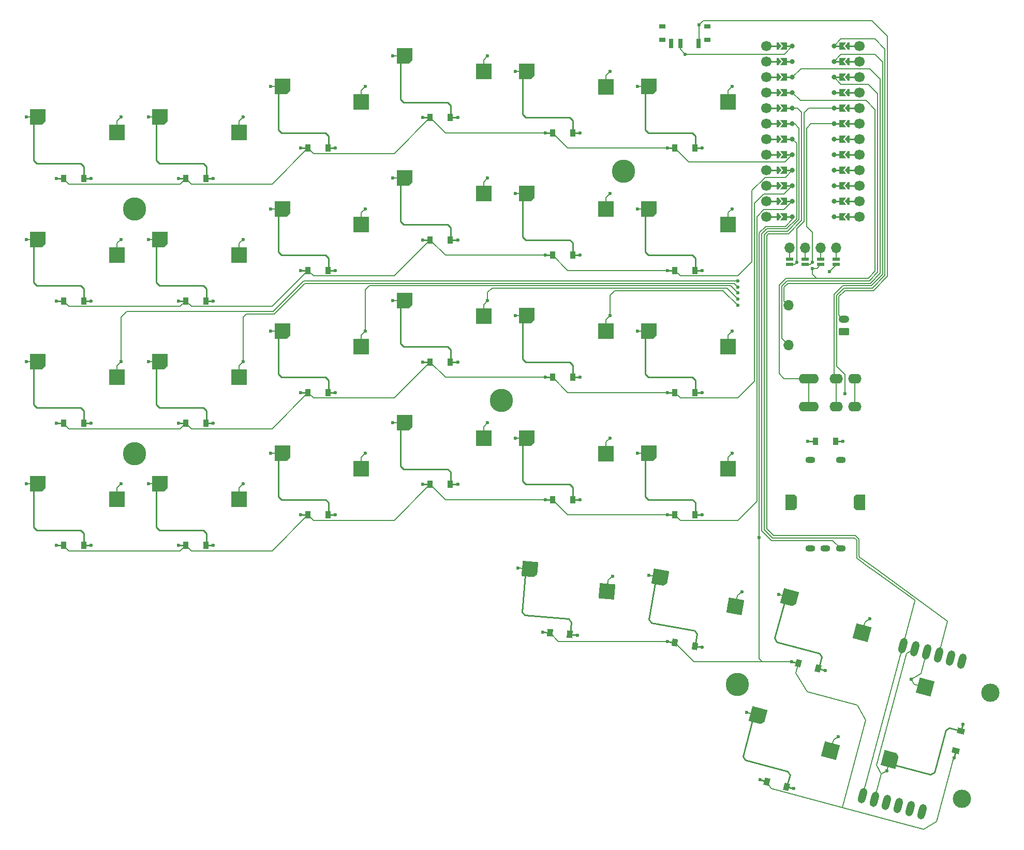
<source format=gtl>
%TF.GenerationSoftware,KiCad,Pcbnew,9.0.4*%
%TF.CreationDate,2025-11-27T19:30:41+01:00*%
%TF.ProjectId,lag_large,6c61675f-6c61-4726-9765-2e6b69636164,v1.0.0*%
%TF.SameCoordinates,Original*%
%TF.FileFunction,Copper,L1,Top*%
%TF.FilePolarity,Positive*%
%FSLAX46Y46*%
G04 Gerber Fmt 4.6, Leading zero omitted, Abs format (unit mm)*
G04 Created by KiCad (PCBNEW 9.0.4) date 2025-11-27 19:30:41*
%MOMM*%
%LPD*%
G01*
G04 APERTURE LIST*
G04 Aperture macros list*
%AMRoundRect*
0 Rectangle with rounded corners*
0 $1 Rounding radius*
0 $2 $3 $4 $5 $6 $7 $8 $9 X,Y pos of 4 corners*
0 Add a 4 corners polygon primitive as box body*
4,1,4,$2,$3,$4,$5,$6,$7,$8,$9,$2,$3,0*
0 Add four circle primitives for the rounded corners*
1,1,$1+$1,$2,$3*
1,1,$1+$1,$4,$5*
1,1,$1+$1,$6,$7*
1,1,$1+$1,$8,$9*
0 Add four rect primitives between the rounded corners*
20,1,$1+$1,$2,$3,$4,$5,0*
20,1,$1+$1,$4,$5,$6,$7,0*
20,1,$1+$1,$6,$7,$8,$9,0*
20,1,$1+$1,$8,$9,$2,$3,0*%
%AMHorizOval*
0 Thick line with rounded ends*
0 $1 width*
0 $2 $3 position (X,Y) of the first rounded end (center of the circle)*
0 $4 $5 position (X,Y) of the second rounded end (center of the circle)*
0 Add line between two ends*
20,1,$1,$2,$3,$4,$5,0*
0 Add two circle primitives to create the rounded ends*
1,1,$1,$2,$3*
1,1,$1,$4,$5*%
%AMRotRect*
0 Rectangle, with rotation*
0 The origin of the aperture is its center*
0 $1 length*
0 $2 width*
0 $3 Rotation angle, in degrees counterclockwise*
0 Add horizontal line*
21,1,$1,$2,0,0,$3*%
%AMOutline5P*
0 Free polygon, 5 corners , with rotation*
0 The origin of the aperture is its center*
0 number of corners: always 5*
0 $1 to $10 corner X, Y*
0 $11 Rotation angle, in degrees counterclockwise*
0 create outline with 5 corners*
4,1,5,$1,$2,$3,$4,$5,$6,$7,$8,$9,$10,$1,$2,$11*%
%AMOutline6P*
0 Free polygon, 6 corners , with rotation*
0 The origin of the aperture is its center*
0 number of corners: always 6*
0 $1 to $12 corner X, Y*
0 $13 Rotation angle, in degrees counterclockwise*
0 create outline with 6 corners*
4,1,6,$1,$2,$3,$4,$5,$6,$7,$8,$9,$10,$11,$12,$1,$2,$13*%
%AMOutline7P*
0 Free polygon, 7 corners , with rotation*
0 The origin of the aperture is its center*
0 number of corners: always 7*
0 $1 to $14 corner X, Y*
0 $15 Rotation angle, in degrees counterclockwise*
0 create outline with 7 corners*
4,1,7,$1,$2,$3,$4,$5,$6,$7,$8,$9,$10,$11,$12,$13,$14,$1,$2,$15*%
%AMOutline8P*
0 Free polygon, 8 corners , with rotation*
0 The origin of the aperture is its center*
0 number of corners: always 8*
0 $1 to $16 corner X, Y*
0 $17 Rotation angle, in degrees counterclockwise*
0 create outline with 8 corners*
4,1,8,$1,$2,$3,$4,$5,$6,$7,$8,$9,$10,$11,$12,$13,$14,$15,$16,$1,$2,$17*%
%AMFreePoly0*
4,1,6,0.250000,0.000000,-0.250000,-0.625000,-0.500000,-0.625000,-0.500000,0.625000,-0.250000,0.625000,0.250000,0.000000,0.250000,0.000000,$1*%
%AMFreePoly1*
4,1,6,0.500000,-0.625000,-0.650000,-0.625000,-0.150000,0.000000,-0.650000,0.625000,0.500000,0.625000,0.500000,-0.625000,0.500000,-0.625000,$1*%
G04 Aperture macros list end*
%TA.AperFunction,SMDPad,CuDef*%
%ADD10R,0.900000X1.200000*%
%TD*%
%TA.AperFunction,SMDPad,CuDef*%
%ADD11RotRect,0.900000X1.200000X350.000000*%
%TD*%
%TA.AperFunction,ComponentPad*%
%ADD12O,1.700000X1.700000*%
%TD*%
%TA.AperFunction,SMDPad,CuDef*%
%ADD13R,1.200000X0.600000*%
%TD*%
%TA.AperFunction,SMDPad,CuDef*%
%ADD14RotRect,0.900000X1.200000X355.000000*%
%TD*%
%TA.AperFunction,SMDPad,CuDef*%
%ADD15RotRect,0.900000X1.200000X345.000000*%
%TD*%
%TA.AperFunction,ComponentPad*%
%ADD16Outline6P,-1.300000X0.540000X-0.940000X0.900000X0.940000X0.900000X1.300000X0.540000X1.300000X-0.900000X-1.300000X-0.900000X270.000000*%
%TD*%
%TA.AperFunction,ComponentPad*%
%ADD17Outline6P,-1.300000X0.900000X1.300000X0.900000X1.300000X-0.540000X0.940000X-0.900000X-0.940000X-0.900000X-1.300000X-0.540000X270.000000*%
%TD*%
%TA.AperFunction,ComponentPad*%
%ADD18O,1.600000X1.100000*%
%TD*%
%TA.AperFunction,ComponentPad*%
%ADD19HorizOval,1.270000X-0.164350X-0.613363X0.164350X0.613363X0*%
%TD*%
%TA.AperFunction,ComponentPad*%
%ADD20HorizOval,1.270000X0.164350X0.613363X-0.164350X-0.613363X0*%
%TD*%
%TA.AperFunction,ComponentPad*%
%ADD21C,3.000000*%
%TD*%
%TA.AperFunction,ComponentPad*%
%ADD22C,3.800000*%
%TD*%
%TA.AperFunction,ComponentPad*%
%ADD23O,2.200000X1.600000*%
%TD*%
%TA.AperFunction,ComponentPad*%
%ADD24O,3.300000X1.600000*%
%TD*%
%TA.AperFunction,SMDPad,CuDef*%
%ADD25FreePoly0,180.000000*%
%TD*%
%TA.AperFunction,ComponentPad*%
%ADD26C,1.700000*%
%TD*%
%TA.AperFunction,SMDPad,CuDef*%
%ADD27FreePoly0,0.000000*%
%TD*%
%TA.AperFunction,ComponentPad*%
%ADD28C,0.800000*%
%TD*%
%TA.AperFunction,SMDPad,CuDef*%
%ADD29FreePoly1,180.000000*%
%TD*%
%TA.AperFunction,SMDPad,CuDef*%
%ADD30FreePoly1,0.000000*%
%TD*%
%TA.AperFunction,ComponentPad*%
%ADD31RoundRect,0.250000X0.625000X-0.350000X0.625000X0.350000X-0.625000X0.350000X-0.625000X-0.350000X0*%
%TD*%
%TA.AperFunction,ComponentPad*%
%ADD32O,1.750000X1.200000*%
%TD*%
%TA.AperFunction,SMDPad,CuDef*%
%ADD33R,1.000000X0.800000*%
%TD*%
%TA.AperFunction,SMDPad,CuDef*%
%ADD34R,0.700000X1.500000*%
%TD*%
%TA.AperFunction,SMDPad,CuDef*%
%ADD35RotRect,0.900000X1.200000X75.000000*%
%TD*%
%TA.AperFunction,SMDPad,CuDef*%
%ADD36R,2.550000X2.500000*%
%TD*%
%TA.AperFunction,SMDPad,CuDef*%
%ADD37Outline5P,-1.275000X1.250000X1.275000X1.250000X1.275000X-0.750000X0.775000X-1.250000X-1.275000X-1.250000X0.000000*%
%TD*%
%TA.AperFunction,SMDPad,CuDef*%
%ADD38RotRect,2.550000X2.500000X345.000000*%
%TD*%
%TA.AperFunction,SMDPad,CuDef*%
%ADD39Outline5P,-1.275000X1.250000X1.275000X1.250000X1.275000X-0.750000X0.775000X-1.250000X-1.275000X-1.250000X345.000000*%
%TD*%
%TA.AperFunction,SMDPad,CuDef*%
%ADD40RotRect,2.550000X2.500000X355.000000*%
%TD*%
%TA.AperFunction,SMDPad,CuDef*%
%ADD41Outline5P,-1.275000X1.250000X1.275000X1.250000X1.275000X-0.750000X0.775000X-1.250000X-1.275000X-1.250000X355.000000*%
%TD*%
%TA.AperFunction,SMDPad,CuDef*%
%ADD42RotRect,2.550000X2.500000X75.000000*%
%TD*%
%TA.AperFunction,SMDPad,CuDef*%
%ADD43Outline5P,-1.275000X1.250000X1.275000X1.250000X1.275000X-0.750000X0.775000X-1.250000X-1.275000X-1.250000X75.000000*%
%TD*%
%TA.AperFunction,SMDPad,CuDef*%
%ADD44RotRect,2.550000X2.500000X350.000000*%
%TD*%
%TA.AperFunction,SMDPad,CuDef*%
%ADD45Outline5P,-1.275000X1.250000X1.275000X1.250000X1.275000X-0.750000X0.775000X-1.250000X-1.275000X-1.250000X350.000000*%
%TD*%
%TA.AperFunction,ViaPad*%
%ADD46C,0.600000*%
%TD*%
%TA.AperFunction,Conductor*%
%ADD47C,0.200000*%
%TD*%
%TA.AperFunction,Conductor*%
%ADD48C,0.250000*%
%TD*%
G04 APERTURE END LIST*
D10*
%TO.P,D10,1*%
%TO.N,P14*%
X105611375Y-120003198D03*
%TO.P,D10,2*%
%TO.N,ring_home*%
X108911377Y-120003198D03*
%TD*%
D11*
%TO.P,D26,1*%
%TO.N,P10*%
X165648449Y-160924563D03*
%TO.P,D26,2*%
%TO.N,middle_rowt*%
X168898315Y-161497601D03*
%TD*%
D12*
%TO.P,S30,1*%
%TO.N,RST*%
X184268864Y-105748192D03*
%TO.P,S30,2*%
%TO.N,GND*%
X184268868Y-112248204D03*
%TD*%
%TO.P,DISP1,1*%
%TO.N,DISP1_4*%
X192078850Y-96298189D03*
%TO.P,DISP1,2*%
%TO.N,DISP1_3*%
X189538854Y-96298188D03*
%TO.P,DISP1,3*%
%TO.N,DISP1_2*%
X186998857Y-96298188D03*
%TO.P,DISP1,4*%
%TO.N,DISP1_1*%
X184458858Y-96298187D03*
D13*
%TO.P,DISP1,10*%
%TO.N,DISP1_4*%
X192078857Y-98148187D03*
%TO.P,DISP1,11*%
%TO.N,DISP1_3*%
X189538859Y-98148188D03*
%TO.P,DISP1,12*%
%TO.N,DISP1_2*%
X186998857Y-98148176D03*
%TO.P,DISP1,13*%
%TO.N,DISP1_1*%
X184458854Y-98148189D03*
%TO.P,DISP1,14*%
%TO.N,GND*%
X192078858Y-99048185D03*
%TO.P,DISP1,15*%
%TO.N,VCC*%
X189538855Y-99048188D03*
%TO.P,DISP1,16*%
%TO.N,P3*%
X186998855Y-99048191D03*
%TO.P,DISP1,17*%
%TO.N,P2*%
X184458856Y-99048187D03*
%TD*%
D14*
%TO.P,D25,1*%
%TO.N,P10*%
X145186856Y-159297858D03*
%TO.P,D25,2*%
%TO.N,outer_rowt*%
X148474302Y-159585472D03*
%TD*%
D15*
%TO.P,D28,1*%
%TO.N,P10*%
X180713378Y-183649352D03*
%TO.P,D28,2*%
%TO.N,middle_rowb*%
X183900934Y-184503452D03*
%TD*%
D10*
%TO.P,D23,1*%
%TO.N,P15*%
X165618863Y-100000685D03*
%TO.P,D23,2*%
%TO.N,inner_top*%
X168918865Y-100000685D03*
%TD*%
%TO.P,D7,1*%
%TO.N,P15*%
X85608863Y-105000689D03*
%TO.P,D7,2*%
%TO.N,pinky_top*%
X88908865Y-105000689D03*
%TD*%
%TO.P,D16,1*%
%TO.N,P18*%
X125613877Y-74998188D03*
%TO.P,D16,2*%
%TO.N,middle_num*%
X128913879Y-74998188D03*
%TD*%
%TO.P,D11,1*%
%TO.N,P15*%
X105611370Y-100000685D03*
%TO.P,D11,2*%
%TO.N,ring_top*%
X108911372Y-100000685D03*
%TD*%
%TO.P,D8,1*%
%TO.N,P18*%
X85608860Y-84998198D03*
%TO.P,D8,2*%
%TO.N,pinky_num*%
X88908862Y-84998198D03*
%TD*%
%TO.P,D17,1*%
%TO.N,P16*%
X145616360Y-137505686D03*
%TO.P,D17,2*%
%TO.N,index_bottom*%
X148916362Y-137505686D03*
%TD*%
D16*
%TO.P,RE1,*%
%TO.N,*%
X184668849Y-137998194D03*
D17*
X195868847Y-137998194D03*
D18*
%TO.P,RE1,A*%
%TO.N,P19*%
X192768852Y-145498192D03*
%TO.P,RE1,B*%
%TO.N,GND*%
X190268847Y-145498193D03*
%TO.P,RE1,C*%
%TO.N,P1*%
X187768845Y-145498195D03*
%TO.P,RE1,S1*%
%TO.N,P9*%
X187768854Y-130998195D03*
%TO.P,RE1,S2*%
%TO.N,en_s2*%
X192768848Y-130998197D03*
%TD*%
D10*
%TO.P,D12,1*%
%TO.N,P18*%
X105611357Y-79998195D03*
%TO.P,D12,2*%
%TO.N,ring_num*%
X108911359Y-79998195D03*
%TD*%
D19*
%TO.P,XX1,1*%
%TO.N,VCC*%
X212652482Y-163970250D03*
%TO.P,XX1,2*%
%TO.N,GND*%
X210720635Y-163452613D03*
%TO.P,XX1,3*%
%TO.N,P21*%
X208788778Y-162934975D03*
%TO.P,XX1,4*%
%TO.N,P8*%
X206856927Y-162417339D03*
%TO.P,XX1,5*%
%TO.N,inner_rowb*%
X204925075Y-161899700D03*
D20*
%TO.P,XX1,6*%
%TO.N,P20*%
X202993225Y-161382058D03*
D21*
%TO.P,XX1,7*%
%TO.N,N/C*%
X212625538Y-186480289D03*
%TD*%
D10*
%TO.P,D22,1*%
%TO.N,P14*%
X165618860Y-120003179D03*
%TO.P,D22,2*%
%TO.N,inner_home*%
X168918862Y-120003179D03*
%TD*%
%TO.P,D5,1*%
%TO.N,P16*%
X85608866Y-145005688D03*
%TO.P,D5,2*%
%TO.N,pinky_bottom*%
X88908868Y-145005688D03*
%TD*%
D22*
%TO.P,H3,*%
%TO.N,*%
X77257621Y-130004429D03*
%TD*%
%TO.P,H2,*%
%TO.N,*%
X157267623Y-83749448D03*
%TD*%
D10*
%TO.P,D3,1*%
%TO.N,P15*%
X65606365Y-105000694D03*
%TO.P,D3,2*%
%TO.N,outer_top*%
X68906367Y-105000694D03*
%TD*%
D23*
%TO.P,TRRS1,2*%
%TO.N,GND*%
X195068879Y-117698194D03*
X195068882Y-122298193D03*
%TO.P,TRRS1,3*%
%TO.N,P0*%
X192068881Y-117698190D03*
X192068879Y-122298191D03*
D24*
%TO.P,TRRS1,4*%
%TO.N,VCC*%
X187518876Y-117698194D03*
X187518880Y-122298193D03*
%TD*%
D10*
%TO.P,D24,1*%
%TO.N,P18*%
X165618859Y-79998171D03*
%TO.P,D24,2*%
%TO.N,inner_num*%
X168918861Y-79998171D03*
%TD*%
D25*
%TO.P,MCU1,1*%
%TO.N,MCU1_1*%
X193768865Y-63298202D03*
D26*
X195888867Y-63298202D03*
D25*
%TO.P,MCU1,2*%
%TO.N,MCU1_2*%
X193768866Y-65838194D03*
D26*
X195888873Y-65838197D03*
D25*
%TO.P,MCU1,3*%
%TO.N,MCU1_3*%
X193768864Y-68378203D03*
D26*
X195888868Y-68378196D03*
D25*
%TO.P,MCU1,4*%
%TO.N,MCU1_4*%
X193768868Y-70918203D03*
D26*
X195888863Y-70918203D03*
D25*
%TO.P,MCU1,5*%
%TO.N,MCU1_5*%
X193768868Y-73458203D03*
D26*
X195888866Y-73458202D03*
D25*
%TO.P,MCU1,6*%
%TO.N,MCU1_6*%
X193768865Y-75998197D03*
D26*
X195888867Y-75998203D03*
D25*
%TO.P,MCU1,7*%
%TO.N,MCU1_7*%
X193768866Y-78538198D03*
D26*
X195888866Y-78538204D03*
D25*
%TO.P,MCU1,8*%
%TO.N,MCU1_8*%
X193768867Y-81078202D03*
D26*
X195888860Y-81078202D03*
D25*
%TO.P,MCU1,9*%
%TO.N,MCU1_9*%
X193768867Y-83618201D03*
D26*
X195888873Y-83618203D03*
D25*
%TO.P,MCU1,10*%
%TO.N,MCU1_10*%
X193768867Y-86158205D03*
D26*
X195888867Y-86158202D03*
D25*
%TO.P,MCU1,11*%
%TO.N,MCU1_11*%
X193768866Y-88698204D03*
D26*
X195888866Y-88698200D03*
D25*
%TO.P,MCU1,12*%
%TO.N,MCU1_12*%
X193768869Y-91238206D03*
D26*
X195888864Y-91238199D03*
%TO.P,MCU1,13*%
%TO.N,MCU1_13*%
X180648871Y-91238206D03*
D27*
X182768867Y-91238205D03*
D26*
%TO.P,MCU1,14*%
%TO.N,MCU1_14*%
X180648867Y-88698202D03*
D27*
X182768869Y-88698202D03*
D26*
%TO.P,MCU1,15*%
%TO.N,MCU1_15*%
X180648861Y-86158207D03*
D27*
X182768868Y-86158210D03*
D26*
%TO.P,MCU1,16*%
%TO.N,MCU1_16*%
X180648866Y-83618208D03*
D27*
X182768870Y-83618201D03*
D26*
%TO.P,MCU1,17*%
%TO.N,MCU1_17*%
X180648871Y-81078201D03*
D27*
X182768866Y-81078201D03*
D26*
%TO.P,MCU1,18*%
%TO.N,MCU1_18*%
X180648868Y-78538202D03*
D27*
X182768866Y-78538201D03*
D26*
%TO.P,MCU1,19*%
%TO.N,MCU1_19*%
X180648867Y-75998201D03*
D27*
X182768869Y-75998207D03*
D26*
%TO.P,MCU1,20*%
%TO.N,MCU1_20*%
X180648868Y-73458200D03*
D27*
X182768868Y-73458206D03*
D26*
%TO.P,MCU1,21*%
%TO.N,MCU1_21*%
X180648874Y-70918202D03*
D27*
X182768867Y-70918202D03*
D26*
%TO.P,MCU1,22*%
%TO.N,MCU1_22*%
X180648861Y-68378201D03*
D27*
X182768867Y-68378203D03*
D26*
%TO.P,MCU1,23*%
%TO.N,MCU1_23*%
X180648867Y-65838202D03*
D27*
X182768867Y-65838199D03*
D26*
%TO.P,MCU1,24*%
%TO.N,MCU1_24*%
X180648868Y-63298204D03*
D27*
X182768868Y-63298200D03*
D28*
%TO.P,MCU1,101*%
%TO.N,P1*%
X191668868Y-63298202D03*
D29*
X193043866Y-63298201D03*
D28*
%TO.P,MCU1,102*%
%TO.N,P0*%
X191668866Y-65838201D03*
D29*
X193043865Y-65838201D03*
D28*
%TO.P,MCU1,103*%
%TO.N,GND*%
X191668869Y-68378202D03*
D29*
X193043868Y-68378201D03*
D28*
%TO.P,MCU1,104*%
X191668867Y-70918204D03*
D29*
X193043866Y-70918203D03*
D28*
%TO.P,MCU1,105*%
%TO.N,P2*%
X191668869Y-73458202D03*
D29*
X193043866Y-73458200D03*
D28*
%TO.P,MCU1,106*%
%TO.N,P3*%
X191668868Y-75998197D03*
D29*
X193043868Y-75998202D03*
D28*
%TO.P,MCU1,107*%
%TO.N,P4*%
X191668865Y-78538203D03*
D29*
X193043867Y-78538204D03*
D28*
%TO.P,MCU1,108*%
%TO.N,P5*%
X191668869Y-81078203D03*
D29*
X193043867Y-81078196D03*
D28*
%TO.P,MCU1,109*%
%TO.N,P6*%
X191668867Y-83618200D03*
D29*
X193043869Y-83618202D03*
D28*
%TO.P,MCU1,110*%
%TO.N,P7*%
X191668868Y-86158201D03*
D29*
X193043867Y-86158202D03*
D28*
%TO.P,MCU1,111*%
%TO.N,P8*%
X191668861Y-88698200D03*
D29*
X193043869Y-88698198D03*
D28*
%TO.P,MCU1,112*%
%TO.N,P9*%
X191668868Y-91238201D03*
D29*
X193043868Y-91238203D03*
D30*
%TO.P,MCU1,113*%
%TO.N,P10*%
X183493866Y-91238202D03*
D28*
X184868866Y-91238205D03*
D30*
%TO.P,MCU1,114*%
%TO.N,P16*%
X183493868Y-88698203D03*
D28*
X184868866Y-88698202D03*
D30*
%TO.P,MCU1,115*%
%TO.N,P14*%
X183493869Y-86158203D03*
D28*
X184868868Y-86158203D03*
D30*
%TO.P,MCU1,116*%
%TO.N,P15*%
X183493866Y-83618203D03*
D28*
X184868865Y-83618202D03*
D30*
%TO.P,MCU1,117*%
%TO.N,P18*%
X183493868Y-81078201D03*
D28*
X184868867Y-81078200D03*
D30*
%TO.P,MCU1,118*%
%TO.N,P19*%
X183493868Y-78538204D03*
D28*
X184868865Y-78538202D03*
D30*
%TO.P,MCU1,119*%
%TO.N,P20*%
X183493866Y-75998202D03*
D28*
X184868866Y-75998207D03*
D30*
%TO.P,MCU1,120*%
%TO.N,P21*%
X183493867Y-73458200D03*
D28*
X184868869Y-73458201D03*
D30*
%TO.P,MCU1,121*%
%TO.N,VCC*%
X183493867Y-70918208D03*
D28*
X184868865Y-70918201D03*
D30*
%TO.P,MCU1,122*%
%TO.N,RST*%
X183493865Y-68378202D03*
D28*
X184868867Y-68378204D03*
D30*
%TO.P,MCU1,123*%
%TO.N,GND*%
X183493867Y-65838202D03*
D28*
X184868866Y-65838203D03*
D30*
%TO.P,MCU1,124*%
%TO.N,RAW*%
X183493865Y-63298206D03*
D28*
X184868873Y-63298204D03*
%TD*%
D10*
%TO.P,D2,1*%
%TO.N,P14*%
X65606372Y-125003193D03*
%TO.P,D2,2*%
%TO.N,outer_home*%
X68906374Y-125003193D03*
%TD*%
D31*
%TO.P,_30,1*%
%TO.N,GND*%
X193268859Y-109998196D03*
D32*
%TO.P,_30,2*%
%TO.N,sw1*%
X193268857Y-107998195D03*
%TD*%
D10*
%TO.P,D18,1*%
%TO.N,P14*%
X145616369Y-117503191D03*
%TO.P,D18,2*%
%TO.N,index_home*%
X148916371Y-117503191D03*
%TD*%
D22*
%TO.P,H4,*%
%TO.N,*%
X137265104Y-121254437D03*
%TD*%
%TO.P,H5,*%
%TO.N,*%
X175871428Y-167766906D03*
%TD*%
D10*
%TO.P,D19,1*%
%TO.N,P15*%
X145616356Y-97500687D03*
%TO.P,D19,2*%
%TO.N,index_top*%
X148916358Y-97500687D03*
%TD*%
D33*
%TO.P,T1,*%
%TO.N,*%
X170918875Y-62253193D03*
X170918873Y-60043187D03*
D34*
X165018870Y-62903192D03*
D33*
X163618872Y-62253189D03*
X163618871Y-60043189D03*
D34*
%TO.P,T1,1*%
%TO.N,sw1*%
X169518873Y-62903185D03*
%TO.P,T1,2*%
%TO.N,RAW*%
X166518874Y-62903190D03*
%TD*%
D10*
%TO.P,D14,1*%
%TO.N,P14*%
X125613864Y-115003186D03*
%TO.P,D14,2*%
%TO.N,middle_home*%
X128913866Y-115003186D03*
%TD*%
D15*
%TO.P,D27,1*%
%TO.N,P10*%
X185890396Y-164328419D03*
%TO.P,D27,2*%
%TO.N,inner_rowt*%
X189077952Y-165182519D03*
%TD*%
D10*
%TO.P,D4,1*%
%TO.N,P18*%
X65606352Y-84998197D03*
%TO.P,D4,2*%
%TO.N,outer_num*%
X68906354Y-84998197D03*
%TD*%
D22*
%TO.P,H1,*%
%TO.N,*%
X77257618Y-89999449D03*
%TD*%
D10*
%TO.P,D9,1*%
%TO.N,P16*%
X105611360Y-140005701D03*
%TO.P,D9,2*%
%TO.N,ring_bottom*%
X108911362Y-140005701D03*
%TD*%
%TO.P,D30,1*%
%TO.N,P10*%
X188618853Y-127998186D03*
%TO.P,D30,2*%
%TO.N,en_s2*%
X191918855Y-127998186D03*
%TD*%
%TO.P,D21,1*%
%TO.N,P16*%
X165618857Y-140005692D03*
%TO.P,D21,2*%
%TO.N,inner_bottom*%
X168918859Y-140005692D03*
%TD*%
D19*
%TO.P,XX2,1*%
%TO.N,VCC*%
X206052619Y-188601364D03*
%TO.P,XX2,2*%
%TO.N,GND*%
X204120769Y-188083726D03*
%TO.P,XX2,3*%
%TO.N,P21*%
X202188912Y-187566082D03*
%TO.P,XX2,4*%
%TO.N,P8*%
X200257065Y-187048448D03*
%TO.P,XX2,5*%
%TO.N,inner_rowb*%
X198325212Y-186530811D03*
D20*
%TO.P,XX2,6*%
%TO.N,P20*%
X196393361Y-186013172D03*
D21*
%TO.P,XX2,7*%
%TO.N,N/C*%
X217284304Y-169093625D03*
%TD*%
D10*
%TO.P,D15,1*%
%TO.N,P15*%
X125613859Y-95000691D03*
%TO.P,D15,2*%
%TO.N,middle_top*%
X128913861Y-95000691D03*
%TD*%
D35*
%TO.P,D29,1*%
%TO.N,P10*%
X211630102Y-178604276D03*
%TO.P,D29,2*%
%TO.N,inner_rowb*%
X212484202Y-175416720D03*
%TD*%
D10*
%TO.P,D13,1*%
%TO.N,P16*%
X125613851Y-135005680D03*
%TO.P,D13,2*%
%TO.N,middle_bottom*%
X128913853Y-135005680D03*
%TD*%
%TO.P,D20,1*%
%TO.N,P18*%
X145616354Y-77498173D03*
%TO.P,D20,2*%
%TO.N,index_num*%
X148916356Y-77498173D03*
%TD*%
%TO.P,D6,1*%
%TO.N,P14*%
X85608864Y-125003182D03*
%TO.P,D6,2*%
%TO.N,pinky_home*%
X88908866Y-125003182D03*
%TD*%
%TO.P,D1,1*%
%TO.N,P16*%
X65606372Y-145005693D03*
%TO.P,D1,2*%
%TO.N,outer_bottom*%
X68906374Y-145005693D03*
%TD*%
D36*
%TO.P,S16,1*%
%TO.N,P7*%
X134348858Y-67458183D03*
D37*
%TO.P,S16,2*%
%TO.N,middle_num*%
X121421858Y-64918185D03*
%TD*%
D36*
%TO.P,S1,1*%
%TO.N,P4*%
X74341358Y-137465693D03*
D37*
%TO.P,S1,2*%
%TO.N,outer_bottom*%
X61414358Y-134925695D03*
%TD*%
D36*
%TO.P,S14,1*%
%TO.N,P7*%
X134348861Y-107463189D03*
D37*
%TO.P,S14,2*%
%TO.N,middle_home*%
X121421861Y-104923191D03*
%TD*%
D36*
%TO.P,S7,1*%
%TO.N,P5*%
X94343859Y-97460676D03*
D37*
%TO.P,S7,2*%
%TO.N,pinky_top*%
X81416859Y-94920678D03*
%TD*%
D36*
%TO.P,S20,1*%
%TO.N,P8*%
X154351364Y-69958197D03*
D37*
%TO.P,S20,2*%
%TO.N,index_num*%
X141424364Y-67418199D03*
%TD*%
D38*
%TO.P,S27,1*%
%TO.N,P7*%
X196279259Y-159306116D03*
D39*
%TO.P,S27,2*%
%TO.N,inner_rowt*%
X184450136Y-153506909D03*
%TD*%
D36*
%TO.P,S17,1*%
%TO.N,P8*%
X154351373Y-129965696D03*
D37*
%TO.P,S17,2*%
%TO.N,index_bottom*%
X141424373Y-127425698D03*
%TD*%
D36*
%TO.P,S19,1*%
%TO.N,P8*%
X154351354Y-89960678D03*
D37*
%TO.P,S19,2*%
%TO.N,index_top*%
X141424354Y-87420680D03*
%TD*%
D36*
%TO.P,S12,1*%
%TO.N,P6*%
X114346371Y-72458179D03*
D37*
%TO.P,S12,2*%
%TO.N,ring_num*%
X101419371Y-69918181D03*
%TD*%
D40*
%TO.P,S25,1*%
%TO.N,P4*%
X154545773Y-152547849D03*
D41*
%TO.P,S25,2*%
%TO.N,outer_rowt*%
X141889341Y-148890853D03*
%TD*%
D36*
%TO.P,S21,1*%
%TO.N,P9*%
X174353867Y-132465684D03*
D37*
%TO.P,S21,2*%
%TO.N,inner_bottom*%
X161426867Y-129925686D03*
%TD*%
D36*
%TO.P,S11,1*%
%TO.N,P6*%
X114346363Y-92460681D03*
D37*
%TO.P,S11,2*%
%TO.N,ring_top*%
X101419363Y-89920683D03*
%TD*%
D36*
%TO.P,S4,1*%
%TO.N,P4*%
X74341358Y-77458181D03*
D37*
%TO.P,S4,2*%
%TO.N,outer_num*%
X61414358Y-74918183D03*
%TD*%
D36*
%TO.P,S5,1*%
%TO.N,P5*%
X94343865Y-137465671D03*
D37*
%TO.P,S5,2*%
%TO.N,pinky_bottom*%
X81416865Y-134925673D03*
%TD*%
D36*
%TO.P,S3,1*%
%TO.N,P4*%
X74341374Y-97460689D03*
D37*
%TO.P,S3,2*%
%TO.N,outer_top*%
X61414374Y-94920691D03*
%TD*%
D36*
%TO.P,S13,1*%
%TO.N,P7*%
X134348859Y-127465685D03*
D37*
%TO.P,S13,2*%
%TO.N,middle_bottom*%
X121421859Y-124925687D03*
%TD*%
D36*
%TO.P,S9,1*%
%TO.N,P6*%
X114346371Y-132465685D03*
D37*
%TO.P,S9,2*%
%TO.N,ring_bottom*%
X101419371Y-129925687D03*
%TD*%
D38*
%TO.P,S28,1*%
%TO.N,P6*%
X191102232Y-178627049D03*
D39*
%TO.P,S28,2*%
%TO.N,middle_rowb*%
X179273109Y-172827842D03*
%TD*%
D36*
%TO.P,S18,1*%
%TO.N,P8*%
X154351373Y-109963194D03*
D37*
%TO.P,S18,2*%
%TO.N,index_home*%
X141424373Y-107423196D03*
%TD*%
D36*
%TO.P,S23,1*%
%TO.N,P9*%
X174353870Y-92460696D03*
D37*
%TO.P,S23,2*%
%TO.N,inner_top*%
X161426870Y-89920698D03*
%TD*%
D36*
%TO.P,S8,1*%
%TO.N,P5*%
X94343858Y-77458186D03*
D37*
%TO.P,S8,2*%
%TO.N,pinky_num*%
X81416858Y-74918188D03*
%TD*%
D36*
%TO.P,S24,1*%
%TO.N,P9*%
X174353868Y-72458189D03*
D37*
%TO.P,S24,2*%
%TO.N,inner_num*%
X161426868Y-69918191D03*
%TD*%
D42*
%TO.P,S29,1*%
%TO.N,P8*%
X206607796Y-168215418D03*
D43*
%TO.P,S29,2*%
%TO.N,inner_rowb*%
X200808589Y-180044541D03*
%TD*%
D36*
%TO.P,S6,1*%
%TO.N,P5*%
X94343857Y-117463186D03*
D37*
%TO.P,S6,2*%
%TO.N,pinky_home*%
X81416857Y-114923188D03*
%TD*%
D36*
%TO.P,S22,1*%
%TO.N,P9*%
X174353859Y-112463188D03*
D37*
%TO.P,S22,2*%
%TO.N,inner_home*%
X161426859Y-109923190D03*
%TD*%
D36*
%TO.P,S15,1*%
%TO.N,P7*%
X134348871Y-87460691D03*
D37*
%TO.P,S15,2*%
%TO.N,middle_top*%
X121421871Y-84920693D03*
%TD*%
D36*
%TO.P,S10,1*%
%TO.N,P6*%
X114346353Y-112463194D03*
D37*
%TO.P,S10,2*%
%TO.N,ring_home*%
X101419353Y-109923196D03*
%TD*%
D36*
%TO.P,S2,1*%
%TO.N,P4*%
X74341364Y-117463189D03*
D37*
%TO.P,S2,2*%
%TO.N,outer_home*%
X61414364Y-114923191D03*
%TD*%
D44*
%TO.P,S26,1*%
%TO.N,P5*%
X175560049Y-155015921D03*
D45*
%TO.P,S26,2*%
%TO.N,middle_rowt*%
X163270507Y-150269758D03*
%TD*%
D46*
%TO.N,P4*%
X75006354Y-74918182D03*
X75006368Y-114923194D03*
X175930682Y-101714763D03*
X75006360Y-94920680D03*
X155429619Y-150075490D03*
X75006371Y-134925693D03*
%TO.N,outer_bottom*%
X59506357Y-134925684D03*
X70106372Y-145005704D03*
%TO.N,GND*%
X190930661Y-100214755D03*
%TO.N,outer_home*%
X70106364Y-125003202D03*
X59506365Y-114923186D03*
%TO.N,outer_top*%
X59506369Y-94920682D03*
X70106367Y-105000683D03*
%TO.N,outer_num*%
X70106359Y-84998201D03*
X59506363Y-74918187D03*
%TO.N,P5*%
X175930663Y-102714752D03*
X176656008Y-152629983D03*
X95008864Y-74918187D03*
X95008858Y-114923180D03*
X95008865Y-94920685D03*
X95008869Y-134925704D03*
%TO.N,pinky_bottom*%
X90108862Y-145005698D03*
X79508849Y-134925676D03*
%TO.N,pinky_home*%
X90108843Y-125003201D03*
X79508857Y-114923192D03*
%TO.N,pinky_top*%
X79508869Y-94920698D03*
X90108868Y-105000694D03*
%TO.N,pinky_num*%
X90108873Y-84998194D03*
X79508866Y-74918191D03*
%TO.N,P6*%
X115011369Y-129925691D03*
X115011352Y-89920697D03*
X192401964Y-176345698D03*
X115011380Y-69918194D03*
X175930668Y-103714754D03*
X115011381Y-109923191D03*
%TO.N,ring_bottom*%
X110111354Y-140005690D03*
X99511356Y-129925681D03*
%TO.N,ring_home*%
X99511352Y-109923185D03*
X110111364Y-120003189D03*
%TO.N,ring_top*%
X110111357Y-100000688D03*
X99511362Y-89920695D03*
%TO.N,ring_num*%
X110111356Y-79998196D03*
X99511367Y-69918182D03*
%TO.N,P7*%
X175930682Y-104714755D03*
X135013883Y-124925700D03*
X135013871Y-64918185D03*
X197578998Y-157024791D03*
X135013861Y-84920684D03*
X135013865Y-104923197D03*
%TO.N,middle_bottom*%
X130113862Y-135005691D03*
X119513857Y-124925695D03*
%TO.N,middle_home*%
X119513854Y-104923188D03*
X130113862Y-115003174D03*
%TO.N,middle_top*%
X130113868Y-95000690D03*
X119513868Y-84920692D03*
%TO.N,middle_num*%
X130113867Y-74998182D03*
X119513865Y-64918200D03*
%TO.N,P8*%
X155016349Y-87420695D03*
X175930671Y-105714752D03*
X155016348Y-107423188D03*
X204326466Y-166915664D03*
X155016361Y-127425692D03*
X155016360Y-67418190D03*
%TO.N,index_bottom*%
X150116360Y-137505682D03*
X139516366Y-127425696D03*
%TO.N,index_home*%
X139516377Y-107423183D03*
X150116363Y-117503179D03*
%TO.N,index_top*%
X150116355Y-97500685D03*
X139516373Y-87420687D03*
%TO.N,index_num*%
X139516362Y-67418191D03*
X150116368Y-77498182D03*
%TO.N,P9*%
X175018857Y-109923193D03*
X175018850Y-69918198D03*
X175018863Y-89920685D03*
X175018874Y-129925704D03*
%TO.N,inner_bottom*%
X170118857Y-140005696D03*
X159518862Y-129925693D03*
%TO.N,inner_home*%
X170118865Y-120003187D03*
X159518861Y-109923192D03*
%TO.N,inner_top*%
X159518861Y-89920691D03*
X170118864Y-100000685D03*
%TO.N,inner_num*%
X170118858Y-79998192D03*
X159518868Y-69918190D03*
%TO.N,outer_rowt*%
X149669731Y-159690049D03*
X139988601Y-148724551D03*
%TO.N,middle_rowt*%
X170080079Y-161705980D03*
X161391500Y-149938454D03*
%TO.N,inner_rowt*%
X190237051Y-165493092D03*
X182607142Y-153013076D03*
%TO.N,middle_rowb*%
X177430116Y-172334005D03*
X185060027Y-184814025D03*
%TO.N,inner_rowb*%
X212794774Y-174257617D03*
X200314768Y-181887510D03*
%TO.N,P16*%
X144416364Y-137505684D03*
X84408862Y-145005695D03*
X104411351Y-140005692D03*
X64406356Y-145005688D03*
X164418863Y-140005686D03*
X124413860Y-135005697D03*
%TO.N,P14*%
X164418858Y-120003191D03*
X104411381Y-120003177D03*
X124413865Y-115003190D03*
X144416366Y-117503193D03*
X64406374Y-125003205D03*
X84408863Y-125003196D03*
%TO.N,P15*%
X164418854Y-100000687D03*
X144416372Y-97500696D03*
X64406358Y-105000698D03*
X124413869Y-95000689D03*
X84408859Y-105000681D03*
X104411368Y-100000688D03*
%TO.N,P18*%
X104411374Y-79998192D03*
X144416372Y-77498196D03*
X64406356Y-84998178D03*
X164418860Y-79998200D03*
X124413852Y-74998184D03*
X84408852Y-84998193D03*
%TO.N,P10*%
X179554269Y-183338761D03*
X211319501Y-179763388D03*
X164466666Y-160716191D03*
X143991433Y-159193278D03*
X184731283Y-164017829D03*
X179430670Y-143714740D03*
X187418865Y-127998196D03*
%TO.N,RAW*%
X167331680Y-64615749D03*
%TO.N,VCC*%
X188149860Y-99714745D03*
%TO.N,P1*%
X193469850Y-120175570D03*
%TO.N,P2*%
X185609862Y-98697192D03*
%TO.N,P3*%
X188149865Y-98697188D03*
%TO.N,sw1*%
X169638372Y-59821668D03*
%TO.N,en_s2*%
X193118862Y-127998193D03*
%TD*%
D47*
%TO.N,P4*%
X74341367Y-95585682D02*
X74341361Y-97460680D01*
X75006354Y-74918182D02*
X74341362Y-75583188D01*
X175930682Y-101714763D02*
X104930665Y-101714753D01*
X74341362Y-75583188D02*
X74341360Y-77458183D01*
X155429619Y-150075490D02*
X154709199Y-150679995D01*
D48*
X193043873Y-78538188D02*
X191668872Y-78538191D01*
D47*
X75006368Y-114923194D02*
X74341357Y-115588192D01*
X74341368Y-135590686D02*
X74341357Y-137465691D01*
X75006360Y-94920680D02*
X74341367Y-95585682D01*
X75930676Y-106714754D02*
X75006375Y-107639063D01*
X75006371Y-134925693D02*
X74341368Y-135590686D01*
X99930669Y-106714759D02*
X75930676Y-106714754D01*
X74341357Y-115588192D02*
X74341356Y-117463191D01*
X154709199Y-150679995D02*
X154545784Y-152547847D01*
X104930665Y-101714753D02*
X99930669Y-106714759D01*
X75006375Y-107639063D02*
X75006368Y-114923194D01*
D48*
%TO.N,outer_bottom*%
X61414362Y-134925696D02*
X60756373Y-136005702D01*
X60756363Y-142005692D02*
X61256357Y-142505687D01*
X68906370Y-145005683D02*
X70106372Y-145005704D01*
X60756373Y-136005702D02*
X60756363Y-142005692D01*
X61256357Y-142505687D02*
X68456368Y-142505690D01*
D47*
X61414362Y-134925696D02*
X59506357Y-134925684D01*
D48*
X68456368Y-142505690D02*
X68956374Y-143005682D01*
X68956374Y-143005682D02*
X68956358Y-145005693D01*
D47*
%TO.N,GND*%
X192078867Y-99048182D02*
X192078874Y-99066572D01*
D48*
X193043867Y-68378187D02*
X191668853Y-68378196D01*
D47*
X183117872Y-102594649D02*
X183117854Y-111097194D01*
X197430681Y-101714762D02*
X183997761Y-101714756D01*
X192819861Y-69529190D02*
X197245102Y-69529194D01*
D48*
X193043861Y-70918192D02*
X191668865Y-70918178D01*
D47*
X183117854Y-111097194D02*
X184268874Y-112248195D01*
X198826673Y-71110744D02*
X198826676Y-100318737D01*
D48*
X183493864Y-65838197D02*
X184868863Y-65838198D01*
D47*
X191668856Y-68378200D02*
X192819861Y-69529190D01*
X192078874Y-99066572D02*
X190930661Y-100214755D01*
X183997761Y-101714756D02*
X183117872Y-102594649D01*
X197245102Y-69529194D02*
X198826673Y-71110744D01*
X195068869Y-117698188D02*
X195068859Y-122298188D01*
X198826676Y-100318737D02*
X197430681Y-101714762D01*
X191597235Y-99048196D02*
X192078867Y-99048182D01*
D48*
%TO.N,outer_home*%
X60756364Y-122003195D02*
X61256368Y-122503178D01*
D47*
X61414372Y-114923187D02*
X59506365Y-114923186D01*
D48*
X61414372Y-114923187D02*
X60756358Y-116003196D01*
X68956363Y-123003190D02*
X68956378Y-125003203D01*
X60756358Y-116003196D02*
X60756364Y-122003195D01*
X68906359Y-125003189D02*
X70106364Y-125003202D01*
X61256368Y-122503178D02*
X68456357Y-122503214D01*
X68456357Y-122503214D02*
X68956363Y-123003190D01*
%TO.N,outer_top*%
X68956352Y-103000685D02*
X68956353Y-105000696D01*
X68456360Y-102500692D02*
X68956352Y-103000685D01*
D47*
X61414363Y-94920704D02*
X59506369Y-94920682D01*
D48*
X60756364Y-96000672D02*
X60756359Y-102000691D01*
X61256351Y-102500680D02*
X68456360Y-102500692D01*
X68906366Y-105000700D02*
X70106367Y-105000683D01*
X61414363Y-94920704D02*
X60756364Y-96000672D01*
X60756359Y-102000691D02*
X61256351Y-102500680D01*
%TO.N,outer_num*%
X60756376Y-75998200D02*
X60756380Y-81998192D01*
X61414367Y-74918191D02*
X60756376Y-75998200D01*
X60756380Y-81998192D02*
X61256372Y-82498201D01*
X68906356Y-84998185D02*
X70106359Y-84998201D01*
X61256372Y-82498201D02*
X68456358Y-82498190D01*
X68456358Y-82498190D02*
X68956355Y-82998173D01*
X68956355Y-82998173D02*
X68956353Y-84998202D01*
D47*
X61414367Y-74918191D02*
X59506363Y-74918187D01*
%TO.N,P5*%
X94343873Y-95585696D02*
X94343870Y-97460702D01*
X100096776Y-107115755D02*
X105096761Y-102115748D01*
X105096761Y-102115748D02*
X175331668Y-102115745D01*
X95008869Y-134925704D02*
X94343862Y-135590707D01*
X95008865Y-94920685D02*
X94343873Y-95585696D01*
X94343862Y-135590707D02*
X94343878Y-137465696D01*
X175885644Y-153169412D02*
X175560048Y-155015928D01*
X176656008Y-152629983D02*
X175885644Y-153169412D01*
X175331668Y-102115745D02*
X175930663Y-102714752D01*
X95008858Y-114923180D02*
X94343857Y-115588196D01*
X95008861Y-107636568D02*
X95529671Y-107115751D01*
D48*
X193043855Y-81078183D02*
X191668868Y-81078184D01*
D47*
X95008858Y-114923180D02*
X95008861Y-107636568D01*
X94343857Y-115588196D02*
X94343863Y-117463195D01*
X95008864Y-74918187D02*
X94343877Y-75583190D01*
X95529671Y-107115751D02*
X100096776Y-107115755D01*
X94343877Y-75583190D02*
X94343869Y-77458199D01*
D48*
%TO.N,pinky_bottom*%
X81258855Y-142505695D02*
X88458855Y-142505697D01*
D47*
X81416882Y-134925694D02*
X79508849Y-134925676D01*
D48*
X80758861Y-142005691D02*
X81258855Y-142505695D01*
X81416882Y-134925694D02*
X80758869Y-136005692D01*
X80758869Y-136005692D02*
X80758861Y-142005691D01*
X88958863Y-143005687D02*
X88958859Y-145005689D01*
X88458855Y-142505697D02*
X88958863Y-143005687D01*
X88908858Y-145005676D02*
X90108862Y-145005698D01*
%TO.N,pinky_home*%
X88958871Y-123003202D02*
X88958872Y-125003198D01*
X81258863Y-122503178D02*
X88458865Y-122503195D01*
X88458865Y-122503195D02*
X88958871Y-123003202D01*
X80758872Y-122003183D02*
X81258863Y-122503178D01*
X81416862Y-114923191D02*
X80758877Y-116003204D01*
D47*
X81416862Y-114923191D02*
X79508857Y-114923192D01*
D48*
X88908870Y-125003188D02*
X90108843Y-125003201D01*
X80758877Y-116003204D02*
X80758872Y-122003183D01*
%TO.N,pinky_top*%
X80758858Y-102000699D02*
X81258860Y-102500686D01*
X81416872Y-94920693D02*
X80758859Y-96000685D01*
X80758859Y-96000685D02*
X80758858Y-102000699D01*
X81258860Y-102500686D02*
X88458873Y-102500691D01*
D47*
X81416872Y-94920693D02*
X79508869Y-94920698D01*
D48*
X88908870Y-105000676D02*
X90108868Y-105000694D01*
X88458873Y-102500691D02*
X88958866Y-103000696D01*
X88958866Y-103000696D02*
X88958855Y-105000666D01*
%TO.N,pinky_num*%
X88908852Y-84998213D02*
X90108873Y-84998194D01*
X81258862Y-82498189D02*
X88458866Y-82498192D01*
X81416856Y-74918189D02*
X80758871Y-75998187D01*
X88958859Y-82998190D02*
X88958866Y-84998188D01*
X88458866Y-82498192D02*
X88958859Y-82998190D01*
X80758866Y-81998197D02*
X81258862Y-82498189D01*
X80758871Y-75998187D02*
X80758866Y-81998197D01*
D47*
X81416856Y-74918189D02*
X79508866Y-74918191D01*
%TO.N,P6*%
X114346368Y-70583192D02*
X114346366Y-72458195D01*
X115011366Y-103134041D02*
X115628680Y-102516753D01*
X115011381Y-109923191D02*
X114346376Y-110588182D01*
X174732664Y-102516754D02*
X175930668Y-103714754D01*
X115011381Y-109923191D02*
X115011366Y-103134041D01*
X115011369Y-129925691D02*
X114346364Y-130590698D01*
X114346364Y-90585703D02*
X114346359Y-92460691D01*
D48*
X193043872Y-83618193D02*
X191668851Y-83618212D01*
D47*
X114346364Y-130590698D02*
X114346359Y-132465690D01*
X115011380Y-69918194D02*
X114346368Y-70583192D01*
X115011352Y-89920697D02*
X114346364Y-90585703D01*
X114346376Y-110588182D02*
X114346364Y-112463189D01*
X192401964Y-176345698D02*
X191587515Y-176815949D01*
X115628680Y-102516753D02*
X174732664Y-102516754D01*
X191587515Y-176815949D02*
X191102241Y-178627051D01*
D48*
%TO.N,ring_bottom*%
X101419361Y-129925683D02*
X100761370Y-131005698D01*
X108961367Y-138005700D02*
X108961356Y-140005687D01*
X100761362Y-137005698D02*
X101261360Y-137505694D01*
D47*
X101419361Y-129925683D02*
X99511356Y-129925681D01*
D48*
X108911370Y-140005681D02*
X110111354Y-140005690D01*
X101261360Y-137505694D02*
X108461364Y-137505685D01*
X108461364Y-137505685D02*
X108961367Y-138005700D01*
X100761370Y-131005698D02*
X100761362Y-137005698D01*
%TO.N,ring_home*%
X108961364Y-118003184D02*
X108961359Y-120003191D01*
X100761366Y-111003191D02*
X100761365Y-117003197D01*
X100761365Y-117003197D02*
X101261356Y-117503192D01*
X101419362Y-109923194D02*
X100761366Y-111003191D01*
D47*
X101419362Y-109923194D02*
X99511352Y-109923185D01*
D48*
X101261356Y-117503192D02*
X108461347Y-117503187D01*
X108461347Y-117503187D02*
X108961364Y-118003184D01*
X108911356Y-120003190D02*
X110111364Y-120003189D01*
%TO.N,ring_top*%
X108461354Y-97500691D02*
X108961352Y-98000692D01*
D47*
X101419368Y-89920681D02*
X99511362Y-89920695D01*
D48*
X108961352Y-98000692D02*
X108961376Y-100000684D01*
X100761357Y-91000688D02*
X100761368Y-97000692D01*
X100761368Y-97000692D02*
X101261355Y-97500687D01*
X101419368Y-89920681D02*
X100761357Y-91000688D01*
X101261355Y-97500687D02*
X108461354Y-97500691D01*
X108911351Y-100000689D02*
X110111357Y-100000688D01*
%TO.N,ring_num*%
X100761369Y-76998206D02*
X101261358Y-77498192D01*
X108961368Y-77998185D02*
X108961351Y-79998197D01*
X108911343Y-79998201D02*
X110111356Y-79998196D01*
X101261358Y-77498192D02*
X108461351Y-77498191D01*
X101419360Y-69918199D02*
X100761364Y-70998182D01*
D47*
X101419360Y-69918199D02*
X99511367Y-69918182D01*
D48*
X108461351Y-77498191D02*
X108961368Y-77998185D01*
X100761364Y-70998182D02*
X100761369Y-76998206D01*
D47*
%TO.N,P7*%
X134348861Y-85585690D02*
X134348859Y-87460688D01*
X135013865Y-104923197D02*
X135013865Y-103631559D01*
X135013865Y-103631559D02*
X135727664Y-102917748D01*
X135013871Y-64918185D02*
X134348872Y-65583174D01*
X174133672Y-102917751D02*
X175930682Y-104714755D01*
X135013865Y-104923197D02*
X134348866Y-105588176D01*
X197578998Y-157024791D02*
X196764536Y-157495007D01*
X135013883Y-124925700D02*
X134348868Y-125590680D01*
X196764536Y-157495007D02*
X196279260Y-159306102D01*
X134348868Y-125590680D02*
X134348864Y-127465691D01*
D48*
X193043864Y-86158193D02*
X191668852Y-86158200D01*
D47*
X135013861Y-84920684D02*
X134348861Y-85585690D01*
X134348872Y-65583174D02*
X134348857Y-67458192D01*
X134348866Y-105588176D02*
X134348859Y-107463212D01*
X135727664Y-102917748D02*
X174133672Y-102917751D01*
D48*
%TO.N,middle_bottom*%
X121263848Y-132505693D02*
X128463866Y-132505690D01*
X128913862Y-135005684D02*
X130113862Y-135005691D01*
X120763858Y-132005697D02*
X121263848Y-132505693D01*
D47*
X121421849Y-124925706D02*
X119513857Y-124925695D01*
D48*
X128463866Y-132505690D02*
X128963859Y-133005692D01*
X128963859Y-133005692D02*
X128963854Y-135005690D01*
X120763868Y-126005689D02*
X120763858Y-132005697D01*
X121421849Y-124925706D02*
X120763868Y-126005689D01*
%TO.N,middle_home*%
X128463861Y-112503186D02*
X128963851Y-113003185D01*
X120763857Y-106003198D02*
X120763855Y-112003176D01*
X121263861Y-112503183D02*
X128463861Y-112503186D01*
X120763855Y-112003176D02*
X121263861Y-112503183D01*
D47*
X121421872Y-104923191D02*
X119513854Y-104923188D01*
D48*
X121421872Y-104923191D02*
X120763857Y-106003198D01*
X128963851Y-113003185D02*
X128963872Y-115003197D01*
X128913874Y-115003196D02*
X130113862Y-115003174D01*
%TO.N,middle_top*%
X120763868Y-86000686D02*
X120763861Y-92000698D01*
X121263874Y-92500702D02*
X128463853Y-92500685D01*
X120763861Y-92000698D02*
X121263874Y-92500702D01*
D47*
X121421880Y-84920688D02*
X119513868Y-84920692D01*
D48*
X128963872Y-93000693D02*
X128963873Y-95000701D01*
X128913863Y-95000686D02*
X130113868Y-95000690D01*
X121421880Y-84920688D02*
X120763868Y-86000686D01*
X128463853Y-92500685D02*
X128963872Y-93000693D01*
%TO.N,middle_num*%
X128913866Y-74998188D02*
X130113867Y-74998182D01*
X120763862Y-71998190D02*
X121263856Y-72498203D01*
D47*
X121421855Y-64918208D02*
X119513865Y-64918200D01*
D48*
X128463858Y-72498197D02*
X128963855Y-72998200D01*
X120763874Y-65998189D02*
X120763862Y-71998190D01*
X128963855Y-72998200D02*
X128963861Y-74998189D01*
X121421855Y-64918208D02*
X120763874Y-65998189D01*
X121263856Y-72498203D02*
X128463858Y-72498197D01*
D47*
%TO.N,P8*%
X204796697Y-167730133D02*
X206607797Y-168215428D01*
X154351361Y-108088197D02*
X154351364Y-109963189D01*
X155016348Y-107423188D02*
X155016371Y-104129063D01*
X154351361Y-88085692D02*
X154351374Y-89960686D01*
X155826651Y-103318763D02*
X173534667Y-103318756D01*
D48*
X193043870Y-88698187D02*
X191668860Y-88698200D01*
D47*
X155016361Y-127425692D02*
X154351358Y-128090682D01*
X154351358Y-128090682D02*
X154351362Y-129965691D01*
X206856935Y-162417324D02*
X205894119Y-166010575D01*
X155016371Y-104129063D02*
X155826651Y-103318763D01*
X205894119Y-166010575D02*
X204326466Y-166915664D01*
X154351362Y-68083196D02*
X154351356Y-69958204D01*
X155016348Y-107423188D02*
X154351361Y-108088197D01*
X155016349Y-87420695D02*
X154351361Y-88085692D01*
X204326466Y-166915664D02*
X204796697Y-167730133D01*
X173534667Y-103318756D02*
X175930671Y-105714752D01*
X155016360Y-67418190D02*
X154351362Y-68083196D01*
D48*
%TO.N,index_bottom*%
X148466368Y-135005684D02*
X148966356Y-135505691D01*
X148966356Y-135505691D02*
X148966371Y-137505687D01*
X140766360Y-134505680D02*
X141266362Y-135005692D01*
X148916364Y-137505703D02*
X150116360Y-137505682D01*
X140766362Y-128505679D02*
X140766360Y-134505680D01*
X141266362Y-135005692D02*
X148466368Y-135005684D01*
X141424363Y-127425695D02*
X140766362Y-128505679D01*
D47*
X141424363Y-127425695D02*
X139516366Y-127425696D01*
D48*
%TO.N,index_home*%
X141424351Y-107423183D02*
X140766359Y-108503190D01*
X148966375Y-115503180D02*
X148966352Y-117503180D01*
D47*
X141424351Y-107423183D02*
X139516377Y-107423183D01*
D48*
X140766374Y-114503198D02*
X141266357Y-115003187D01*
X141266357Y-115003187D02*
X148466376Y-115003185D01*
X148466376Y-115003185D02*
X148966375Y-115503180D01*
X140766359Y-108503190D02*
X140766374Y-114503198D01*
X148916364Y-117503198D02*
X150116363Y-117503179D01*
D47*
%TO.N,index_top*%
X141424350Y-87420698D02*
X139516373Y-87420687D01*
D48*
X148916366Y-97500692D02*
X150116355Y-97500685D01*
X141424350Y-87420698D02*
X140766359Y-88500690D01*
X148466349Y-95000678D02*
X148966364Y-95500687D01*
X140766359Y-88500690D02*
X140766360Y-94500683D01*
X140766360Y-94500683D02*
X141266366Y-95000697D01*
X141266366Y-95000697D02*
X148466349Y-95000678D01*
X148966364Y-95500687D02*
X148966366Y-97500704D01*
%TO.N,index_num*%
X148916380Y-77498190D02*
X150116368Y-77498182D01*
X141424357Y-67418190D02*
X140766355Y-68498206D01*
X140766367Y-74498176D02*
X141266359Y-74998192D01*
X140766355Y-68498206D02*
X140766367Y-74498176D01*
X148966367Y-75498192D02*
X148966355Y-77498182D01*
D47*
X141424357Y-67418190D02*
X139516362Y-67418191D01*
D48*
X148466361Y-74998194D02*
X148966367Y-75498192D01*
X141266359Y-74998192D02*
X148466361Y-74998194D01*
D47*
%TO.N,P9*%
X174353865Y-90585687D02*
X174353865Y-92460702D01*
X174353851Y-110588186D02*
X174353857Y-112463197D01*
D48*
X193043853Y-91238186D02*
X191668858Y-91238200D01*
D47*
X174353861Y-70583200D02*
X174353863Y-72458190D01*
X175018850Y-69918198D02*
X174353861Y-70583200D01*
X174353865Y-130590693D02*
X174353869Y-132465700D01*
X175018863Y-89920685D02*
X174353865Y-90585687D01*
X175018874Y-129925704D02*
X174353865Y-130590693D01*
X175018857Y-109923193D02*
X174353851Y-110588186D01*
D48*
%TO.N,inner_bottom*%
X160768877Y-131005696D02*
X160768873Y-137005700D01*
X168468861Y-137505677D02*
X168968866Y-138005700D01*
D47*
X161426862Y-129925698D02*
X159518862Y-129925693D01*
D48*
X168918858Y-140005690D02*
X170118857Y-140005696D01*
X168968866Y-138005700D02*
X168968847Y-140005702D01*
X161268871Y-137505695D02*
X168468861Y-137505677D01*
X161426862Y-129925698D02*
X160768877Y-131005696D01*
X160768873Y-137005700D02*
X161268871Y-137505695D01*
%TO.N,inner_home*%
X168468863Y-117503191D02*
X168968861Y-118003184D01*
X168918871Y-120003187D02*
X170118865Y-120003187D01*
X160768854Y-117003186D02*
X161268871Y-117503193D01*
X160768856Y-111003187D02*
X160768854Y-117003186D01*
D47*
X161426862Y-109923201D02*
X159518861Y-109923192D01*
D48*
X168968861Y-118003184D02*
X168968865Y-120003196D01*
X161268871Y-117503193D02*
X168468863Y-117503191D01*
X161426862Y-109923201D02*
X160768856Y-111003187D01*
%TO.N,inner_top*%
X160768869Y-97000686D02*
X161268860Y-97500690D01*
X168918868Y-100000690D02*
X170118864Y-100000685D01*
X168468863Y-97500688D02*
X168968858Y-98000690D01*
X161268860Y-97500690D02*
X168468863Y-97500688D01*
X168968858Y-98000690D02*
X168968866Y-100000690D01*
D47*
X161426874Y-89920705D02*
X159518861Y-89920691D01*
D48*
X160768858Y-91000698D02*
X160768869Y-97000686D01*
X161426874Y-89920705D02*
X160768858Y-91000698D01*
D47*
%TO.N,inner_num*%
X161426862Y-69918193D02*
X159518868Y-69918190D01*
D48*
X160768879Y-76998192D02*
X161268862Y-77498193D01*
X168468872Y-77498188D02*
X168968872Y-77998198D01*
X168968872Y-77998198D02*
X168968853Y-79998199D01*
X160768853Y-70998193D02*
X160768879Y-76998192D01*
X161268862Y-77498193D02*
X168468872Y-77498188D01*
X161426862Y-69918193D02*
X160768853Y-70998193D01*
X168918862Y-79998185D02*
X170118858Y-79998192D01*
%TO.N,outer_rowt*%
X141889344Y-148890864D02*
X141139727Y-149909409D01*
X148474306Y-159585473D02*
X149669731Y-159690049D01*
X148698435Y-157597447D02*
X148524110Y-159589823D01*
X141071290Y-156428247D02*
X148243903Y-157055774D01*
D47*
X141889344Y-148890864D02*
X139988601Y-148724551D01*
D48*
X141139727Y-149909409D02*
X140616777Y-155886565D01*
X148243903Y-157055774D02*
X148698435Y-157597447D01*
X140616777Y-155886565D02*
X141071290Y-156428247D01*
%TO.N,middle_rowt*%
X168898320Y-161497598D02*
X170080079Y-161705980D01*
D47*
X163270507Y-150269767D02*
X161391500Y-149938454D01*
D48*
X161393069Y-157127939D02*
X161798661Y-157707154D01*
X163270507Y-150269767D02*
X162434969Y-151219106D01*
X162434969Y-151219106D02*
X161393069Y-157127939D01*
X169294862Y-159536655D02*
X168947549Y-161506288D01*
X168889269Y-158957446D02*
X169294862Y-159536655D01*
X161798661Y-157707154D02*
X168889269Y-158957446D01*
%TO.N,inner_rowt*%
X189290339Y-162651226D02*
X189643884Y-163263615D01*
X189643884Y-163263615D02*
X189126253Y-165195456D01*
X184450128Y-153506911D02*
X183535050Y-154379814D01*
X189077953Y-165182519D02*
X190237051Y-165493092D01*
D47*
X184450128Y-153506911D02*
X182607142Y-153013076D01*
D48*
X182335665Y-160787733D02*
X189290339Y-162651226D01*
X181982117Y-160175357D02*
X182335665Y-160787733D01*
X183535050Y-154379814D02*
X181982117Y-160175357D01*
%TO.N,middle_rowb*%
X184466861Y-182584548D02*
X183949224Y-184516400D01*
X179273112Y-172827835D02*
X178357994Y-173700744D01*
X183900923Y-184503431D02*
X185060027Y-184814025D01*
D47*
X179273112Y-172827835D02*
X177430116Y-172334005D01*
D48*
X176805101Y-179496299D02*
X177158639Y-180108668D01*
X177158639Y-180108668D02*
X184113305Y-181972175D01*
X184113305Y-181972175D02*
X184466861Y-182584548D01*
X178357994Y-173700744D02*
X176805101Y-179496299D01*
%TO.N,inner_rowb*%
X200808594Y-180044551D02*
X201681484Y-180959644D01*
D47*
X198325201Y-186530797D02*
X199432922Y-182396651D01*
D48*
X209952908Y-175204342D02*
X210565290Y-174850771D01*
D47*
X200808594Y-180044551D02*
X200314768Y-181887510D01*
X204925073Y-161899692D02*
X203539892Y-162699433D01*
D48*
X212484190Y-175416714D02*
X212794774Y-174257617D01*
X207477045Y-182512558D02*
X208089403Y-182159003D01*
D47*
X199432922Y-182396651D02*
X200314768Y-181887510D01*
X198633205Y-181011458D02*
X199432922Y-182396651D01*
D48*
X208089403Y-182159003D02*
X209952908Y-175204342D01*
X210565290Y-174850771D02*
X212497124Y-175368423D01*
X201681484Y-180959644D02*
X207477045Y-182512558D01*
D47*
X203539892Y-162699433D02*
X198633205Y-181011458D01*
%TO.N,P16*%
X179058402Y-91200904D02*
X179058392Y-93678333D01*
X175930666Y-140906679D02*
X166519858Y-140906691D01*
D48*
X85608866Y-145005700D02*
X84408862Y-145005695D01*
D47*
X99710355Y-145906697D02*
X86509844Y-145906685D01*
D48*
X65606355Y-145005698D02*
X64406356Y-145005688D01*
X183493859Y-88698197D02*
X184868874Y-88698179D01*
D47*
X165618864Y-140005676D02*
X148116369Y-140005694D01*
D48*
X125613873Y-135005700D02*
X124413860Y-135005697D01*
D47*
X148116369Y-140005694D02*
X145616366Y-137505689D01*
D48*
X145616366Y-137505693D02*
X144416364Y-137505684D01*
D47*
X179058389Y-93678340D02*
X179058403Y-137778962D01*
X106512378Y-140906683D02*
X105611378Y-140005704D01*
X125613872Y-135005700D02*
X119712855Y-140906676D01*
X119712855Y-140906676D02*
X106512378Y-140906683D01*
X145616366Y-137505689D02*
X128113873Y-137505683D01*
X180172115Y-90087200D02*
X179058402Y-91200904D01*
X105611378Y-140005704D02*
X99710355Y-145906697D01*
X66507362Y-145906685D02*
X65606357Y-145005690D01*
X183479869Y-90087183D02*
X180172115Y-90087200D01*
X84707861Y-145906693D02*
X66507362Y-145906685D01*
X166519858Y-140906691D02*
X165618864Y-140005676D01*
X128113873Y-137505683D02*
X125613872Y-135005700D01*
X179058392Y-93678333D02*
X179058389Y-93678340D01*
D48*
X165618870Y-140005679D02*
X164418863Y-140005686D01*
D47*
X86509844Y-145906685D02*
X85608859Y-145005690D01*
X85608859Y-145005690D02*
X84707861Y-145906693D01*
X184868866Y-88698188D02*
X183479869Y-90087183D01*
X179058403Y-137778962D02*
X175930666Y-140906679D01*
D48*
X105611367Y-140005696D02*
X104411351Y-140005692D01*
D47*
%TO.N,P14*%
X148116359Y-120003201D02*
X165618864Y-120003195D01*
X178657386Y-89061912D02*
X180172110Y-87547193D01*
D48*
X183493861Y-86158189D02*
X184868869Y-86158193D01*
D47*
X86509868Y-125904180D02*
X99710372Y-125904180D01*
X99710372Y-125904180D02*
X105611361Y-120003186D01*
D48*
X65606364Y-125003180D02*
X64406374Y-125003205D01*
X145616388Y-117503186D02*
X144416366Y-117503193D01*
D47*
X180172110Y-87547193D02*
X183479869Y-87547198D01*
X105611361Y-120003186D02*
X106512376Y-120904204D01*
X183479869Y-87547198D02*
X184868865Y-86158195D01*
X166519858Y-120904203D02*
X175930681Y-120904193D01*
D48*
X165618872Y-120003198D02*
X164418858Y-120003191D01*
D47*
X66507362Y-125904187D02*
X84707857Y-125904190D01*
D48*
X85608863Y-125003183D02*
X84408863Y-125003196D01*
D47*
X165618860Y-120003193D02*
X166519858Y-120904203D01*
D48*
X105611370Y-120003189D02*
X104411381Y-120003177D01*
D47*
X175930681Y-120904193D02*
X178657392Y-118177468D01*
X125613866Y-115003193D02*
X128113873Y-117503195D01*
X85608863Y-125003184D02*
X86509868Y-125904180D01*
X106512376Y-120904204D02*
X119712866Y-120904193D01*
X145616386Y-117503185D02*
X148116359Y-120003201D01*
X84707857Y-125904190D02*
X85608863Y-125003184D01*
X65606361Y-125003180D02*
X66507362Y-125904187D01*
X119712866Y-120904193D02*
X125613866Y-115003193D01*
X128113873Y-117503195D02*
X145616386Y-117503185D01*
X178657392Y-118177468D02*
X178657386Y-89061912D01*
D48*
X125613866Y-115003192D02*
X124413865Y-115003190D01*
%TO.N,P15*%
X145616370Y-97500692D02*
X144416372Y-97500696D01*
D47*
X178256401Y-86922909D02*
X180410101Y-84769181D01*
D48*
X65606361Y-105000688D02*
X64406358Y-105000698D01*
D47*
X178256392Y-98575962D02*
X178256401Y-86922909D01*
D48*
X105611372Y-100000697D02*
X104411368Y-100000688D01*
D47*
X175930666Y-100901693D02*
X178256392Y-98575962D01*
D48*
X125613868Y-95000691D02*
X124413869Y-95000689D01*
D47*
X166519850Y-100901704D02*
X175930666Y-100901693D01*
X148116377Y-100000683D02*
X165618864Y-100000690D01*
D48*
X85608856Y-105000692D02*
X84408859Y-105000681D01*
D47*
X99710356Y-105901679D02*
X105611358Y-100000684D01*
X105611358Y-100000684D02*
X106512366Y-100901685D01*
D48*
X165618859Y-100000688D02*
X164418854Y-100000687D01*
D47*
X183717875Y-84769191D02*
X184868852Y-83618197D01*
X145616368Y-97500686D02*
X148116377Y-100000683D01*
X119712862Y-100901694D02*
X125613863Y-95000684D01*
X86509866Y-105901691D02*
X99710356Y-105901679D01*
X106512366Y-100901685D02*
X119712862Y-100901694D01*
X180410101Y-84769181D02*
X183717875Y-84769191D01*
X85608855Y-105000687D02*
X86509866Y-105901691D01*
X84707863Y-105901697D02*
X85608855Y-105000687D01*
X128113857Y-97500703D02*
X145616368Y-97500686D01*
X165618864Y-100000691D02*
X166519850Y-100901704D01*
X66507369Y-105901699D02*
X84707863Y-105901697D01*
D48*
X183493862Y-83618187D02*
X184868860Y-83618186D01*
D47*
X65606362Y-105000686D02*
X66507369Y-105901699D01*
X125613863Y-95000684D02*
X128113857Y-97500703D01*
%TO.N,P18*%
X86509866Y-85899195D02*
X99710367Y-85899185D01*
D48*
X65606353Y-84998200D02*
X64406356Y-84998178D01*
D47*
X65606359Y-84998194D02*
X66507350Y-85899197D01*
X84707842Y-85899196D02*
X85608862Y-84998179D01*
D48*
X165618878Y-79998190D02*
X164418860Y-79998200D01*
X145616362Y-77498189D02*
X144416372Y-77498196D01*
D47*
X165618872Y-79998176D02*
X167903498Y-82282829D01*
X128113868Y-77498187D02*
X145616363Y-77498189D01*
X105611378Y-79998196D02*
X106512364Y-80899175D01*
X148116370Y-79998191D02*
X165618872Y-79998191D01*
D48*
X105611379Y-79998199D02*
X104411374Y-79998192D01*
X183493857Y-81078190D02*
X184868861Y-81078186D01*
X125613866Y-74998181D02*
X124413852Y-74998184D01*
D47*
X183664231Y-82282820D02*
X184868865Y-81078193D01*
X167903498Y-82282829D02*
X183664231Y-82282820D01*
D48*
X85608872Y-84998186D02*
X84408852Y-84998193D01*
D47*
X106512364Y-80899175D02*
X119712858Y-80899192D01*
X99710367Y-85899185D02*
X105611378Y-79998196D01*
X145616363Y-77498189D02*
X148116370Y-79998191D01*
X125613864Y-74998181D02*
X128113868Y-77498187D01*
X119712858Y-80899192D02*
X125613864Y-74998181D01*
X66507350Y-85899197D02*
X84707842Y-85899196D01*
X85608862Y-84998179D02*
X86509866Y-85899195D01*
D48*
%TO.N,P10*%
X185890414Y-164328413D02*
X184731283Y-164017829D01*
D47*
X185472376Y-165888457D02*
X187261990Y-168988163D01*
X145186849Y-159297844D02*
X146605191Y-160716178D01*
X184868883Y-91238186D02*
X184868855Y-91662470D01*
X211286915Y-179782199D02*
X211319501Y-179763388D01*
X196886574Y-173637588D02*
X193067039Y-187892291D01*
X193067039Y-187892291D02*
X206341242Y-191449101D01*
D48*
X145186847Y-159297846D02*
X143991433Y-159193278D01*
D47*
X179459386Y-163546555D02*
X179930675Y-164017836D01*
X180713374Y-183649355D02*
X181350482Y-184752843D01*
X146605191Y-160716178D02*
X164466666Y-160716191D01*
X179459398Y-139214760D02*
X179459378Y-141214751D01*
X179930675Y-164017836D02*
X184731283Y-164017829D01*
D48*
X165648453Y-160924554D02*
X164466666Y-160716191D01*
D47*
X168741728Y-164017823D02*
X179930675Y-164017836D01*
X206341242Y-191449101D02*
X208493775Y-190206327D01*
D48*
X188618854Y-127998190D02*
X187418865Y-127998196D01*
D47*
X208493775Y-190206327D02*
X211286915Y-179782199D01*
D48*
X211630100Y-178604281D02*
X211319501Y-179763388D01*
D47*
X179459393Y-93844450D02*
X179459381Y-137714738D01*
D48*
X183493862Y-91238195D02*
X184868871Y-91238186D01*
D47*
X183717566Y-92813760D02*
X180490088Y-92813757D01*
X165648449Y-160924553D02*
X168741728Y-164017823D01*
X179459378Y-141214751D02*
X179459386Y-163546555D01*
X181350482Y-184752843D02*
X193067039Y-187892291D01*
D48*
X180713372Y-183649354D02*
X179554269Y-183338761D01*
D47*
X184868855Y-91662470D02*
X183717566Y-92813760D01*
X187261990Y-168988163D02*
X195472357Y-171188116D01*
X179459381Y-137714738D02*
X179459398Y-139214760D01*
X180490088Y-92813757D02*
X179459393Y-93844450D01*
X195472357Y-171188116D02*
X196886574Y-173637588D01*
X185890410Y-164328416D02*
X185472376Y-165888457D01*
%TO.N,RAW*%
X166518859Y-63802949D02*
X166518865Y-62903197D01*
X167331683Y-64615756D02*
X183551300Y-64615759D01*
X167331660Y-64615752D02*
X166518859Y-63802949D01*
X167331680Y-64615749D02*
X167331660Y-64615752D01*
D48*
X183493860Y-63298187D02*
X184868869Y-63298197D01*
D47*
X183551300Y-64615759D02*
X184868867Y-63298203D01*
X167331680Y-64615749D02*
X167331683Y-64615756D01*
%TO.N,RST*%
X197596776Y-102115755D02*
X184163880Y-102115754D01*
X199227666Y-68714753D02*
X199227666Y-100484854D01*
D48*
X183493860Y-68378182D02*
X184868854Y-68378186D01*
D47*
X184868859Y-68378181D02*
X186257874Y-66989196D01*
X197502110Y-66989198D02*
X199227666Y-68714753D01*
X186257874Y-66989196D02*
X197502110Y-66989198D01*
X199227666Y-100484854D02*
X197596776Y-102115755D01*
X184163880Y-102115754D02*
X183518862Y-102760752D01*
X183518862Y-102760752D02*
X183518857Y-104998194D01*
X183518857Y-104998194D02*
X184268867Y-105748187D01*
%TO.N,VCC*%
X198425673Y-96214749D02*
X198425661Y-100152648D01*
X188872303Y-99714761D02*
X189538849Y-99048179D01*
X198425676Y-73709751D02*
X198425673Y-96214749D01*
X188149868Y-100666305D02*
X188797330Y-101313758D01*
X182716859Y-116900153D02*
X183514892Y-117698184D01*
X188149860Y-99714745D02*
X188872303Y-99714761D01*
X198425661Y-100152648D02*
X197264568Y-101313749D01*
X188149860Y-99714745D02*
X188149868Y-100666305D01*
X197264568Y-101313749D02*
X191930667Y-101313754D01*
X188797330Y-101313758D02*
X185930674Y-101313772D01*
X183514892Y-117698184D02*
X187518864Y-117698191D01*
X183831659Y-101313751D02*
X185930674Y-101313772D01*
X186165429Y-72214754D02*
X196930683Y-72214756D01*
X187518860Y-117698190D02*
X187518868Y-122298194D01*
X182716879Y-102428561D02*
X183831659Y-101313751D01*
X184868850Y-70918195D02*
X186165429Y-72214754D01*
D48*
X183493867Y-70918189D02*
X184868854Y-70918191D01*
D47*
X189341106Y-99048188D02*
X189538849Y-99048179D01*
X182716856Y-112896198D02*
X182716859Y-116900153D01*
X187518868Y-122298194D02*
X187518867Y-122298188D01*
X196930683Y-72214756D02*
X198425676Y-73709751D01*
X182716856Y-112896198D02*
X182716879Y-102428561D01*
X189097237Y-99048192D02*
X189538849Y-99048179D01*
X193660586Y-101313752D02*
X188797330Y-101313758D01*
%TO.N,P21*%
X198939965Y-149176926D02*
X195836626Y-146922221D01*
X195195791Y-143412759D02*
X195801506Y-144018467D01*
X186371871Y-74155938D02*
X186371863Y-91860760D01*
X186371863Y-91860760D02*
X184215866Y-94016757D01*
X210255221Y-157462140D02*
X210191369Y-157351544D01*
D48*
X183493862Y-73458190D02*
X184868863Y-73458179D01*
D47*
X180988378Y-94016767D02*
X180662403Y-94342742D01*
X180662403Y-94342742D02*
X180662386Y-142312271D01*
X184868863Y-73458175D02*
X185674095Y-73458192D01*
X184215866Y-94016757D02*
X180988378Y-94016767D01*
X195801506Y-144018467D02*
X195801503Y-146700455D01*
X194532253Y-143412762D02*
X195195751Y-143412757D01*
X194532253Y-143412762D02*
X195195791Y-143412759D01*
X199029942Y-149242297D02*
X210191369Y-157351544D01*
X180662386Y-142312271D02*
X181762863Y-143412750D01*
X198939965Y-149176926D02*
X199029942Y-149242297D01*
X181762863Y-143412750D02*
X184960459Y-143412739D01*
X184960459Y-143412739D02*
X194532253Y-143412762D01*
X195836626Y-146922221D02*
X195801503Y-146700455D01*
X208788775Y-162934972D02*
X210255221Y-157462140D01*
X185674095Y-73458192D02*
X186371871Y-74155938D01*
%TO.N,P20*%
X195424140Y-147118188D02*
X195400497Y-147121930D01*
X184868863Y-75998199D02*
X185254315Y-75998200D01*
X204880753Y-153988819D02*
X197985227Y-148978926D01*
X184049760Y-93615749D02*
X180822280Y-93615754D01*
X180822280Y-93615754D02*
X180261377Y-94176650D01*
X197580720Y-148685032D02*
X195424140Y-147118188D01*
X197985227Y-148978926D02*
X197580720Y-148685032D01*
D48*
X183493867Y-75998198D02*
X184868861Y-75998197D01*
D47*
X180261387Y-142478376D02*
X181596772Y-143813758D01*
X181596772Y-143813758D02*
X189460482Y-143813742D01*
X189460482Y-143813742D02*
X195029681Y-143813743D01*
X195400508Y-144184565D02*
X195400500Y-146052821D01*
X204944605Y-154099419D02*
X204880753Y-153988819D01*
X185970862Y-77100194D02*
X185970865Y-77100186D01*
X202993229Y-161382055D02*
X204944605Y-154099419D01*
X185970862Y-77100194D02*
X185970877Y-91694653D01*
X202993239Y-161382055D02*
X196393342Y-186013161D01*
X185970857Y-76714754D02*
X185970862Y-77100194D01*
X185970865Y-77100186D02*
X185970854Y-76714757D01*
X202993237Y-161382061D02*
X202993232Y-161382060D01*
X185970877Y-91694653D02*
X184049760Y-93615749D01*
X180261377Y-94176650D02*
X180261387Y-142478376D01*
X195400497Y-147121930D02*
X195400500Y-146052821D01*
X185254315Y-75998200D02*
X185970857Y-76714754D01*
X195029681Y-143813743D02*
X195400508Y-144184565D01*
%TO.N,P19*%
X181430668Y-144214769D02*
X179860393Y-142644470D01*
X185569875Y-79239203D02*
X184868873Y-78538196D01*
D48*
X183493861Y-78538185D02*
X184868880Y-78538194D01*
D47*
X179860387Y-109714750D02*
X179860390Y-94010562D01*
X183883672Y-93214747D02*
X185569864Y-91528558D01*
X192768866Y-145498188D02*
X191485413Y-144214737D01*
X179860382Y-109714748D02*
X179860387Y-109714750D01*
X191485413Y-144214737D02*
X181430668Y-144214769D01*
X180656192Y-93214742D02*
X183883672Y-93214747D01*
X185569864Y-91528558D02*
X185569875Y-79239203D01*
X179860393Y-142644470D02*
X179860382Y-109714748D01*
X179860390Y-94010562D02*
X180656192Y-93214742D01*
%TO.N,P1*%
X200029672Y-63813755D02*
X198363103Y-62147195D01*
D48*
X193043869Y-63298179D02*
X191668871Y-63298193D01*
D47*
X192819856Y-62147189D02*
X191668869Y-63298198D01*
X192092858Y-104119646D02*
X193294749Y-102917746D01*
X197928967Y-102917748D02*
X200029661Y-100817052D01*
X193294749Y-102917746D02*
X197928967Y-102917748D01*
X192092872Y-115714766D02*
X192092858Y-104119646D01*
X193469850Y-120175570D02*
X193469875Y-117091766D01*
X200029661Y-100817052D02*
X200029672Y-63813755D01*
X193469875Y-117091766D02*
X192092872Y-115714766D01*
X198363103Y-62147195D02*
X192819856Y-62147189D01*
D48*
%TO.N,P0*%
X193043860Y-65838195D02*
X191668855Y-65838181D01*
D47*
X191691864Y-117321191D02*
X191691859Y-103953555D01*
X192819866Y-64687182D02*
X191668858Y-65838191D01*
X191691859Y-103953555D02*
X193128661Y-102516738D01*
X192068862Y-122298182D02*
X192068869Y-117698190D01*
X192068869Y-117698190D02*
X191691864Y-117321191D01*
X197762878Y-102516751D02*
X199628667Y-100650951D01*
X198403116Y-64687185D02*
X192819866Y-64687182D01*
X199628681Y-65912760D02*
X198403116Y-64687185D01*
X193128661Y-102516738D02*
X197762878Y-102516751D01*
X199628667Y-100650951D02*
X199628681Y-65912760D01*
%TO.N,P2*%
X186772878Y-74214749D02*
X187529421Y-73458182D01*
X185258861Y-99048193D02*
X184458863Y-99048188D01*
X185609862Y-98697192D02*
X185258861Y-99048193D01*
X186772873Y-90833309D02*
X186772878Y-74214749D01*
X185609862Y-98697192D02*
X185609858Y-93189861D01*
X186772860Y-92026851D02*
X186772871Y-90833329D01*
X186772871Y-90833329D02*
X186772873Y-90833309D01*
D48*
X193043863Y-73458197D02*
X191668865Y-73458193D01*
D47*
X187529421Y-73458182D02*
X191668868Y-73458204D01*
X185609858Y-93189861D02*
X186772860Y-92026851D01*
%TO.N,P3*%
X187173863Y-92808870D02*
X188149860Y-93784856D01*
X188149860Y-93784856D02*
X188149854Y-94433944D01*
X187173867Y-76714744D02*
X187890421Y-75998190D01*
D48*
X193043869Y-75998188D02*
X191668860Y-75998187D01*
D47*
X187890421Y-75998190D02*
X191668871Y-75998191D01*
X188149865Y-98697188D02*
X187798856Y-99048187D01*
X188149865Y-98697188D02*
X188149854Y-94433944D01*
X187798856Y-99048187D02*
X186998857Y-99048197D01*
X187173863Y-92808870D02*
X187173867Y-76714744D01*
D48*
%TO.N,MCU1_24*%
X180648861Y-63298193D02*
X182768872Y-63298193D01*
%TO.N,MCU1_1*%
X193768863Y-63298191D02*
X195888860Y-63298181D01*
%TO.N,MCU1_23*%
X180648865Y-65838190D02*
X182768873Y-65838199D01*
%TO.N,MCU1_2*%
X193768869Y-65838190D02*
X195888867Y-65838189D01*
%TO.N,MCU1_22*%
X180648857Y-68378186D02*
X182768865Y-68378183D01*
%TO.N,MCU1_3*%
X193768866Y-68378193D02*
X195888866Y-68378200D01*
%TO.N,MCU1_21*%
X180648850Y-70918198D02*
X182768868Y-70918197D01*
%TO.N,MCU1_4*%
X193768857Y-70918187D02*
X195888857Y-70918183D01*
%TO.N,MCU1_20*%
X180648851Y-73458187D02*
X182768868Y-73458187D01*
%TO.N,MCU1_5*%
X193768864Y-73458193D02*
X195888882Y-73458197D01*
%TO.N,MCU1_19*%
X180648869Y-75998181D02*
X182768872Y-75998191D01*
%TO.N,MCU1_6*%
X193768868Y-75998191D02*
X195888864Y-75998197D01*
%TO.N,MCU1_18*%
X180648857Y-78538205D02*
X182768872Y-78538205D01*
%TO.N,MCU1_7*%
X193768857Y-78538199D02*
X195888861Y-78538181D01*
%TO.N,MCU1_17*%
X180648852Y-81078191D02*
X182768861Y-81078190D01*
%TO.N,MCU1_8*%
X193768849Y-81078177D02*
X195888866Y-81078193D01*
%TO.N,MCU1_16*%
X180648857Y-83618185D02*
X182768863Y-83618196D01*
%TO.N,MCU1_9*%
X193768852Y-83618203D02*
X195888857Y-83618190D01*
%TO.N,MCU1_15*%
X180648861Y-86158207D02*
X182768873Y-86158184D01*
%TO.N,MCU1_10*%
X193768857Y-86158179D02*
X195888861Y-86158176D01*
%TO.N,MCU1_14*%
X180648877Y-88698184D02*
X182768870Y-88698195D01*
%TO.N,MCU1_11*%
X193768865Y-88698198D02*
X195888862Y-88698187D01*
%TO.N,MCU1_13*%
X180648861Y-91238186D02*
X182768859Y-91238179D01*
%TO.N,MCU1_12*%
X193768864Y-91238196D02*
X195888860Y-91238193D01*
D47*
%TO.N,sw1*%
X169638372Y-59821668D02*
X169569855Y-59890180D01*
X170316287Y-59143752D02*
X169638372Y-59821668D01*
X172460469Y-59143760D02*
X170316287Y-59143752D01*
X192493857Y-104285759D02*
X192493852Y-107277954D01*
X197859682Y-59143755D02*
X199410079Y-60694138D01*
X169569863Y-62852171D02*
X169518858Y-62903186D01*
X200430660Y-100983168D02*
X198095073Y-103318754D01*
X193159363Y-107943431D02*
X193214109Y-107943430D01*
X200430664Y-61714759D02*
X200430660Y-100983168D01*
X192493852Y-107277954D02*
X193159363Y-107943431D01*
X199410079Y-60694138D02*
X200430664Y-61714759D01*
X198095073Y-103318754D02*
X193460881Y-103318755D01*
X193214109Y-107943430D02*
X193268852Y-107998205D01*
X169569855Y-59890180D02*
X169569863Y-62852171D01*
X193460881Y-103318755D02*
X192493857Y-104285759D01*
X172460469Y-59143760D02*
X197859682Y-59143755D01*
D48*
%TO.N,en_s2*%
X191918869Y-127998189D02*
X193118862Y-127998193D01*
D47*
%TO.N,DISP1_1*%
X184458870Y-98148197D02*
X184458863Y-96298191D01*
%TO.N,DISP1_2*%
X186998858Y-98148196D02*
X186998857Y-96298189D01*
X186998857Y-96298189D02*
X186998856Y-96298189D01*
%TO.N,DISP1_3*%
X189538856Y-98148196D02*
X189538868Y-96298194D01*
%TO.N,DISP1_4*%
X192078867Y-98148202D02*
X192078862Y-96298190D01*
X192078862Y-96298190D02*
X192078859Y-96298192D01*
%TD*%
M02*

</source>
